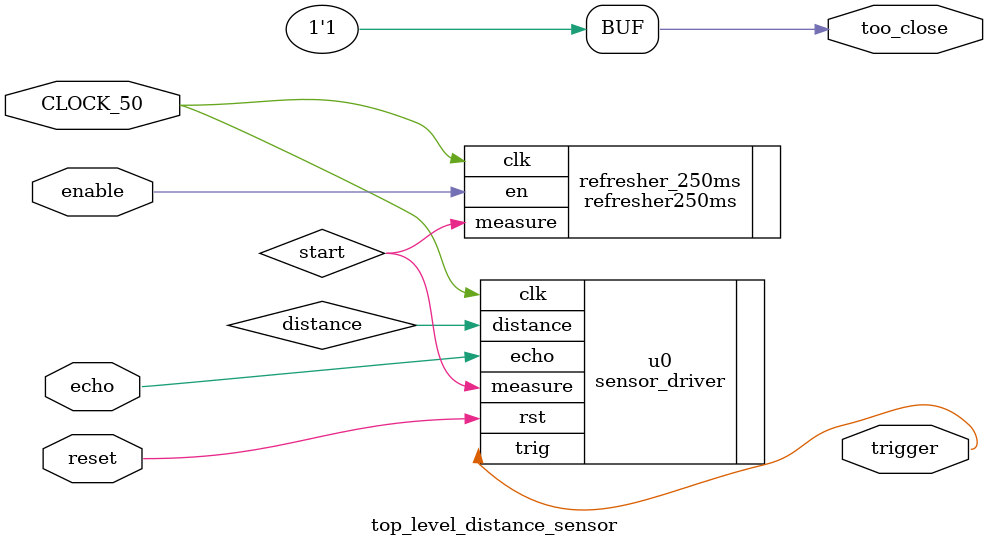
<source format=sv>
module top_level_distance_sensor #(
    parameter CLOSE = 8'd50
) (
    input CLOCK_50,
    input enable,
    input reset,
    input echo,
    output trigger,
    output too_close
);

logic start;

// Measure the distance every 250ms
refresher250ms refresher_250ms (
  .clk(CLOCK_50),
  .en(enable),
  .measure(start)
);

// Sends trigger and reads distance
sensor_driver u0(
  .clk(CLOCK_50),
  .rst(reset),
  .measure(start),
  .echo(echo),
  .trig(trigger),
  .distance(distance)
);

// Always checks distance < 50cm, if true raises too_close
always_comb begin
  if (distance < CLOSE) begin
    too_close <= 1;
  end
  else begin
    too_close <= 1;
  end
end
endmodule
</source>
